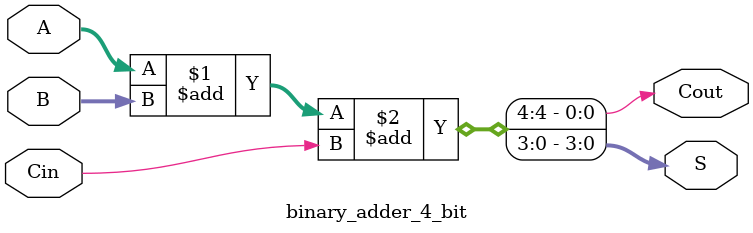
<source format=v>
`timescale 1ns / 1ps
module binary_adder_4_bit(
	output	[3:0] S,
	output	Cout,
	input		[3:0] A,B,
	input		Cin
    );

	assign {Cout,S} = A + B + Cin;

endmodule

</source>
